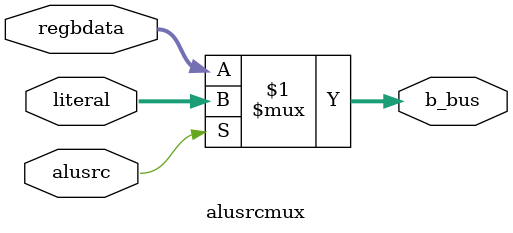
<source format=v>
`timescale 1ns / 1ps

/*
    Name: Klay Adams
    R-Number: R11679660
    Assignment: Project 6
*/

module alusrcmux (
  input [31:0] literal, //Literal  value fron instruction decoding
  input [31:0] regbdata, //The b bus data from the register file
  input wire alusrc, //Alu control signals for data switching
  output [31:0] b_bus //The output being sent to alu
);

assign b_bus = alusrc ? literal : regbdata; //Terinary logic to select between the two data sources

endmodule

</source>
